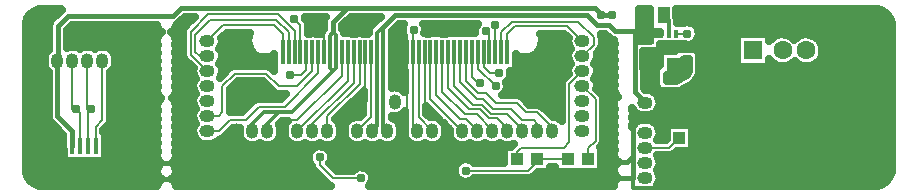
<source format=gbr>
G04 DipTrace 2.4.0.2*
%INTop.gbr*%
%MOIN*%
%ADD14C,0.0142*%
%ADD15C,0.0079*%
%ADD16C,0.0157*%
%ADD18C,0.0138*%
%ADD19C,0.0118*%
%ADD20C,0.025*%
%ADD23R,0.0394X0.0433*%
%ADD24R,0.0433X0.0394*%
%ADD25R,0.0126X0.0827*%
%ADD26C,0.0886*%
%ADD27R,0.063X0.063*%
%ADD28C,0.063*%
%ADD29C,0.1378*%
%ADD32R,0.0157X0.0531*%
%ADD33C,0.0492*%
%ADD34C,0.061*%
%ADD35R,0.0591X0.0591*%
%ADD36O,0.0512X0.0416*%
%ADD37O,0.0416X0.0512*%
%ADD38R,0.0394X0.0531*%
%ADD42R,0.0118X0.0276*%
%ADD43R,0.063X0.0394*%
%ADD46C,0.031*%
%FSLAX44Y44*%
G04*
G70*
G90*
G75*
G01*
%LNTop*%
%LPD*%
X16174Y8693D2*
D14*
Y6212D1*
X16318Y6068D1*
X15977Y8693D2*
Y6227D1*
X15818Y6068D1*
X25431Y9318D2*
D15*
X25125D1*
X24993Y9186D1*
Y9893D1*
X24943Y9943D1*
X16174Y8693D2*
D14*
Y9549D1*
D16*
X16568Y9943D1*
X22977D1*
X23309Y9611D1*
X23694D1*
X23914Y9391D1*
X24553D1*
X24788D1*
X24993Y9186D1*
X15977Y8693D2*
D14*
Y9352D1*
X16174Y9549D1*
X21300Y5130D2*
D15*
Y5049D1*
X21006Y4755D1*
X18943D1*
X24553Y9391D2*
D16*
Y7379D1*
X24912Y7019D1*
X21300Y5130D2*
D15*
X22336D1*
X25687Y8373D2*
X25943D1*
X25687D2*
Y7884D1*
X25737Y7834D1*
X25943Y8373D2*
X26248D1*
X26318Y8443D1*
Y8068D2*
Y8443D1*
X14403Y8693D2*
D18*
Y8168D1*
X14500Y8071D1*
X14599Y8171D1*
Y8693D1*
X14500Y8071D2*
X13121Y6693D1*
X12693D1*
X12318Y6318D1*
Y6068D1*
X11818D2*
Y6318D1*
X12193Y6693D1*
X12693D1*
X14403Y8693D2*
Y9248D1*
X14512Y9358D1*
X14599Y9270D1*
Y8693D1*
X23443Y9943D2*
D16*
X23818D1*
X14512Y9357D2*
Y9718D1*
X14979Y10185D1*
X23231D1*
X23481Y9936D1*
D15*
X23436D1*
X23443Y9943D1*
X5818Y5568D2*
D16*
Y6068D1*
X5318Y6568D1*
Y8414D1*
X14979Y10185D2*
X9435D1*
X9156Y9906D1*
X5669D1*
X5323Y9560D1*
Y8418D1*
X5318Y8414D1*
X15584Y8693D2*
D15*
Y7584D1*
X14818Y6818D1*
Y6068D1*
X16962Y8693D2*
Y6587D1*
X16818Y6443D1*
Y6068D1*
X17552Y8693D2*
Y6834D1*
X18318Y6068D1*
X14796Y8693D2*
Y7921D1*
X13318Y6443D1*
X12943D1*
X12818Y6318D1*
Y6068D1*
X25431Y8373D2*
X25136D1*
X24993Y8517D1*
X25068Y7834D2*
Y8442D1*
X24993Y8517D1*
X25431Y8373D2*
Y8590D1*
X25687Y8846D1*
X27299Y7691D2*
X31264D1*
X32472D1*
X31264Y8758D2*
Y7691D1*
X14206Y8693D2*
Y9325D1*
X14032Y9498D1*
X6842Y5568D2*
X7314D1*
Y4899D1*
X7708Y4505D1*
X6724D1*
X5936D1*
X4952D1*
X5346Y5568D2*
Y4899D1*
X4952Y4505D1*
X7708D2*
D16*
Y4465D1*
X10466D1*
X10996Y4996D1*
X11318Y5318D1*
Y6068D1*
X7708Y4505D2*
X8074D1*
X8565Y4996D1*
X10996D1*
X7318Y8414D2*
D15*
Y6568D1*
X6842Y6092D1*
Y5568D1*
X25687Y8846D2*
X27081D1*
X27288Y8638D1*
Y7702D1*
X27299Y7691D1*
X24912Y6519D2*
D16*
X24719D1*
X24500Y6300D1*
Y5224D1*
X24302Y5027D1*
X24064D1*
X23546Y4510D1*
X23339Y4303D1*
X18583D1*
X18318Y4568D1*
Y5548D1*
Y6068D1*
X24500Y5224D2*
Y4510D1*
X23546D1*
X24912Y6519D2*
X26037D1*
X26039Y6521D1*
X26129D1*
X27299Y7691D1*
X24500Y4510D2*
D18*
Y4164D1*
X28946D1*
X32472Y7691D1*
X14818Y6068D2*
D15*
Y5766D1*
X15036Y5548D1*
X16818D1*
X18318D1*
X16818Y6068D2*
Y5548D1*
X12828Y8693D2*
Y9308D1*
X12543Y9593D1*
X10843D1*
X10318Y9068D1*
X13025Y8693D2*
Y9361D1*
X12617Y9769D1*
X10394D1*
X9915Y9290D1*
Y8721D1*
X10068Y8568D1*
X10318D1*
X13222Y8693D2*
Y9414D1*
X12679Y9957D1*
X10332D1*
X9764Y9389D1*
Y8622D1*
X10318Y8068D1*
X13418Y8693D2*
Y9593D1*
X13193Y9818D1*
X13615Y8693D2*
Y8115D1*
X13443Y7943D1*
X13068D1*
X13812Y8693D2*
Y8062D1*
X13318Y7568D1*
X12693D1*
X12277Y7984D1*
X11234D1*
X10818Y7568D1*
Y6693D1*
X10693Y6568D1*
X10318D1*
X14009Y8693D2*
Y8009D1*
X12889Y6889D1*
X12032D1*
X11586Y6443D1*
X11068D1*
X10693Y6068D1*
X10318D1*
X20308Y8693D2*
Y9308D1*
X20568Y9568D1*
X22318D1*
X22818Y9068D1*
X20111Y8693D2*
Y9361D1*
X20473Y9723D1*
X22663D1*
X23193Y9193D1*
Y8943D1*
X22818Y8568D1*
X19914Y8693D2*
Y9621D1*
X19913Y9622D1*
X20631Y5130D2*
Y5380D1*
X20756Y5505D1*
X22193D1*
X22381Y5693D1*
Y7631D1*
X22818Y8068D1*
X19718Y8693D2*
Y9293D1*
X19610Y9401D1*
X23006Y5130D2*
Y5505D1*
X23256Y5755D1*
Y7130D1*
X22818Y7568D1*
X20037Y8008D2*
X19726D1*
X19521Y8213D1*
Y8693D1*
X19922Y7570D2*
X19340Y8152D1*
Y8677D1*
X19324Y8693D1*
X19411Y7676D2*
Y7589D1*
X19127Y7872D1*
Y8693D1*
X14068Y5193D2*
Y4943D1*
X14518Y4493D1*
X15425D1*
X25687Y9318D2*
D19*
Y9789D1*
X25534Y9943D1*
X14993Y8693D2*
D15*
Y7743D1*
X13318Y6068D1*
X6074Y5568D2*
Y6687D1*
X5943Y6818D1*
X5818D1*
Y8414D1*
X15781Y8693D2*
Y6531D1*
X15318Y6068D1*
X6330Y5568D2*
Y6705D1*
X6443Y6818D1*
X6318D1*
Y8414D1*
X17159Y8693D2*
Y6227D1*
X17318Y6068D1*
X17159Y8693D2*
Y9409D1*
X17193Y9443D1*
X24912Y5519D2*
X25706D1*
X26039Y5852D1*
X17355Y8693D2*
Y6531D1*
X17818Y6068D1*
X17749Y8693D2*
Y7137D1*
X18818Y6068D1*
X17946Y8693D2*
Y7267D1*
X18726Y6487D1*
X18937D1*
X19318Y6106D1*
Y6068D1*
X18143Y8693D2*
Y7390D1*
X18904Y6629D1*
X19286D1*
X19818Y6097D1*
Y6068D1*
X18340Y8693D2*
Y7494D1*
X19040Y6794D1*
X19386D1*
X19685Y6495D1*
X19984D1*
X20318Y6161D1*
Y6068D1*
X18536Y8693D2*
Y7590D1*
X19178Y6948D1*
X19471D1*
X19772Y6647D1*
X20316D1*
X20818Y6145D1*
Y6068D1*
X18733Y8693D2*
Y7705D1*
X19286Y7152D1*
X19512D1*
X19846Y6818D1*
X20443D1*
X20818Y6443D1*
X21193D1*
X21318Y6318D1*
Y6068D1*
X21818D2*
Y6193D1*
X21318Y6693D1*
X20943D1*
X20633Y7003D1*
X19919D1*
X19586Y7336D1*
X19327D1*
X18924Y7740D1*
Y8700D1*
X18930Y8693D1*
X6586Y5568D2*
Y6209D1*
X6818Y6441D1*
Y8414D1*
X25943Y9318D2*
X26318D1*
X15387Y8693D2*
Y7637D1*
X14318Y6568D1*
Y6068D1*
X15190Y8693D2*
Y7690D1*
X13818Y6318D1*
Y6068D1*
D46*
X23818Y9943D3*
X23443D3*
X26318Y8443D3*
Y8068D3*
Y9318D3*
X14068Y5193D3*
X15425Y4493D3*
X17193Y9443D3*
X5943Y6818D3*
X6443D3*
X19913Y9622D3*
X19610Y9401D3*
X19411Y7676D3*
X19922Y7570D3*
X20037Y8008D3*
X18943Y4755D3*
X13193Y9818D3*
X13068Y7943D3*
X14032Y9498D3*
X24720Y9902D2*
D20*
X25041D1*
X24720Y9654D2*
X25041D1*
X24720Y9405D2*
X25045D1*
X24720Y9156D2*
X25041D1*
X25317Y9302D2*
X25401Y9303D1*
Y9383D1*
X25193D1*
X25088Y9445D1*
X25068Y9508D1*
X25067Y10153D1*
X24695Y10148D1*
X24693Y9066D1*
X25066Y9071D1*
X25068Y9179D1*
X25131Y9283D1*
X25192Y9301D1*
X25317Y9302D1*
X25781Y8229D2*
X26344D1*
X25773Y7980D2*
X26294D1*
X26223Y8479D2*
Y8429D1*
X26164D1*
X26138Y8408D1*
X26085Y8388D1*
X25755Y8387D1*
Y8067D1*
X25694Y7962D1*
X25632Y7942D1*
X25621Y7941D1*
Y7740D1*
X25939D1*
X26293Y7936D1*
X26368Y8061D1*
X26370Y8478D1*
X26225D1*
X4368Y9882D2*
X5197D1*
X9579D2*
X9865D1*
X13587D2*
X14236D1*
X15122D2*
X16061D1*
X25974D2*
X33018D1*
X4280Y9633D2*
X5006D1*
X9302D2*
X9615D1*
X13700D2*
X14189D1*
X14876D2*
X15822D1*
X16704D2*
X16846D1*
X17540D2*
X19291D1*
X26548D2*
X33107D1*
X4280Y9384D2*
X4998D1*
X5646D2*
X8729D1*
X9181D2*
X9479D1*
X13704D2*
X14123D1*
X14888D2*
X15662D1*
X16489D2*
X16799D1*
X17587D2*
X19209D1*
X26712D2*
X33107D1*
X4280Y9136D2*
X4998D1*
X5646D2*
X8611D1*
X9298D2*
X9477D1*
X10814D2*
X11650D1*
X16489D2*
X16850D1*
X21486D2*
X22322D1*
X23478D2*
X23732D1*
X26669D2*
X27947D1*
X30685D2*
X33107D1*
X4280Y8887D2*
X4998D1*
X5646D2*
X8615D1*
X9294D2*
X9477D1*
X10779D2*
X11686D1*
X16489D2*
X16850D1*
X21450D2*
X22357D1*
X23470D2*
X23838D1*
X25435D2*
X27947D1*
X30825D2*
X33107D1*
X4280Y8638D2*
X4904D1*
X7232D2*
X8619D1*
X9290D2*
X9477D1*
X10814D2*
X11877D1*
X16489D2*
X16850D1*
X21259D2*
X22322D1*
X23314D2*
X23842D1*
X24876D2*
X25385D1*
X26736D2*
X27947D1*
X30825D2*
X33107D1*
X4280Y8390D2*
X4865D1*
X7271D2*
X8627D1*
X9282D2*
X9604D1*
X10779D2*
X12522D1*
X16489D2*
X16850D1*
X20614D2*
X22357D1*
X23279D2*
X23846D1*
X24876D2*
X25385D1*
X26739D2*
X27947D1*
X30693D2*
X33107D1*
X4280Y8141D2*
X4928D1*
X7208D2*
X8639D1*
X9271D2*
X9822D1*
X10814D2*
X10998D1*
X16489D2*
X16850D1*
X20614D2*
X22322D1*
X23314D2*
X23854D1*
X24876D2*
X25264D1*
X26739D2*
X33107D1*
X4280Y7892D2*
X4994D1*
X7103D2*
X8631D1*
X9279D2*
X9854D1*
X16489D2*
X16873D1*
X20419D2*
X22252D1*
X23282D2*
X23865D1*
X24876D2*
X25252D1*
X26693D2*
X33107D1*
X4280Y7644D2*
X4994D1*
X7103D2*
X8615D1*
X9294D2*
X9822D1*
X11286D2*
X12225D1*
X16489D2*
X16873D1*
X20314D2*
X22096D1*
X23314D2*
X23857D1*
X24876D2*
X25252D1*
X26501D2*
X33107D1*
X4280Y7395D2*
X4994D1*
X7103D2*
X8611D1*
X9298D2*
X9854D1*
X11103D2*
X12475D1*
X20279D2*
X22096D1*
X23384D2*
X23850D1*
X25193D2*
X25459D1*
X26013D2*
X33107D1*
X4280Y7146D2*
X4994D1*
X7103D2*
X8725D1*
X9185D2*
X9822D1*
X11103D2*
X11975D1*
X15286D2*
X15494D1*
X20880D2*
X22096D1*
X23540D2*
X23900D1*
X25396D2*
X33107D1*
X4280Y6898D2*
X4994D1*
X7103D2*
X8607D1*
X9298D2*
X9854D1*
X11103D2*
X11647D1*
X15040D2*
X15494D1*
X21501D2*
X22096D1*
X23540D2*
X23838D1*
X25396D2*
X33107D1*
X4280Y6649D2*
X4994D1*
X7103D2*
X8611D1*
X9298D2*
X9826D1*
X14790D2*
X15494D1*
X17642D2*
X17846D1*
X21755D2*
X22096D1*
X23540D2*
X23838D1*
X24525D2*
X24623D1*
X25200D2*
X33107D1*
X4280Y6400D2*
X5045D1*
X7099D2*
X8611D1*
X9298D2*
X9850D1*
X12833D2*
X12971D1*
X14661D2*
X14975D1*
X16661D2*
X16873D1*
X23540D2*
X23838D1*
X24525D2*
X24643D1*
X25181D2*
X33107D1*
X4280Y6151D2*
X5287D1*
X6919D2*
X8615D1*
X9290D2*
X9826D1*
X11169D2*
X11365D1*
X12771D2*
X12865D1*
X14771D2*
X14865D1*
X16771D2*
X16865D1*
X23540D2*
X23838D1*
X25392D2*
X25596D1*
X26482D2*
X33107D1*
X4280Y5903D2*
X5494D1*
X6911D2*
X8619D1*
X9290D2*
X9850D1*
X10919D2*
X11381D1*
X12755D2*
X12881D1*
X14755D2*
X14881D1*
X16755D2*
X16881D1*
X18255D2*
X18381D1*
X23540D2*
X23842D1*
X25396D2*
X25596D1*
X26482D2*
X33107D1*
X4280Y5654D2*
X5494D1*
X6911D2*
X8627D1*
X9282D2*
X10135D1*
X10501D2*
X11572D1*
X12564D2*
X13072D1*
X14564D2*
X15072D1*
X16564D2*
X17072D1*
X18064D2*
X18572D1*
X23521D2*
X23850D1*
X26482D2*
X33107D1*
X4280Y5405D2*
X5494D1*
X6911D2*
X8639D1*
X9271D2*
X13732D1*
X14404D2*
X20170D1*
X23466D2*
X23854D1*
X25986D2*
X33107D1*
X4280Y5157D2*
X5494D1*
X6911D2*
X8631D1*
X9279D2*
X13670D1*
X14466D2*
X20170D1*
X23466D2*
X23869D1*
X25392D2*
X33107D1*
X4280Y4908D2*
X8658D1*
X9251D2*
X13787D1*
X14493D2*
X18576D1*
X23466D2*
X23877D1*
X25400D2*
X33107D1*
X4298Y4659D2*
X8619D1*
X9290D2*
X13959D1*
X15786D2*
X18557D1*
X21302D2*
X23850D1*
X25392D2*
X33088D1*
X4431Y4411D2*
X8693D1*
X9216D2*
X14209D1*
X15818D2*
X18772D1*
X19114D2*
X23885D1*
X25400D2*
X32955D1*
X26174Y7472D2*
Y7417D1*
X26069D1*
X25975Y7394D1*
X25464Y7398D1*
X25300Y7417D1*
X25296Y7525D1*
X25276Y7615D1*
Y8075D1*
X25300Y8167D1*
Y8251D1*
X25375D1*
X25407Y8266D1*
X25408Y8731D1*
X25892Y8732D1*
X26001Y8813D1*
X26067Y8823D1*
X26495D1*
X26613Y8788D1*
X26695Y8692D1*
X26715Y8603D1*
Y8028D1*
X26683Y7914D1*
X26542Y7692D1*
X26489Y7651D1*
X26173Y7473D1*
X20591Y8635D2*
Y8059D1*
X20408D1*
X20413Y8008D1*
X20392Y7885D1*
X20332Y7776D1*
X20266Y7716D1*
X20282Y7676D1*
X20297Y7570D1*
X20277Y7447D1*
X20217Y7338D1*
X20134Y7262D1*
X20633Y7263D1*
X20765Y7227D1*
X20905Y7098D1*
X21051Y6952D1*
X21318Y6953D1*
X21450Y6917D1*
X21590Y6788D1*
X21836Y6542D1*
X21923Y6531D1*
X22038Y6483D1*
X22120Y6417D1*
X22121Y7631D1*
X22157Y7763D1*
X22286Y7903D1*
X22352Y7973D1*
X22343Y8097D1*
X22369Y8219D1*
X22424Y8318D1*
X22397Y8357D1*
X22352Y8473D1*
X22343Y8597D1*
X22369Y8719D1*
X22424Y8818D1*
X22397Y8857D1*
X22352Y8973D1*
X22343Y9097D1*
X22357Y9162D1*
X22212Y9307D1*
X21416Y9308D1*
X21452Y9198D1*
X21463Y9087D1*
X21449Y8963D1*
X21408Y8845D1*
X21342Y8740D1*
X21253Y8652D1*
X21147Y8586D1*
X21029Y8545D1*
X20905Y8532D1*
X20781Y8547D1*
X20664Y8589D1*
X20588Y8637D1*
X17985Y9327D2*
X19241D1*
X19242Y9471D1*
X19285Y9588D1*
X19332Y9645D1*
X17512Y9644D1*
X17553Y9549D1*
X17568Y9443D1*
X17548Y9324D1*
X17639Y9323D1*
X17913Y9327D1*
X18229Y9323D1*
X18426Y9327D1*
X18623D1*
X18820D1*
X19017D1*
X19213D1*
X19219D1*
X16898Y8059D2*
X16875D1*
Y9243D1*
X16822Y9389D1*
X16824Y9514D1*
X16880Y9645D1*
X16691Y9643D1*
X16467Y9419D1*
X16465Y7517D1*
X16545Y7528D1*
X16669Y7516D1*
X16784Y7468D1*
X16880Y7389D1*
X16900Y7360D1*
X16899Y8059D1*
X14886Y9327D2*
X15276Y9323D1*
X15229Y9327D1*
X15670Y9323D1*
X15686Y9352D1*
X15715Y9477D1*
X15772Y9558D1*
X15963Y9761D1*
X16087Y9885D1*
X15102Y9886D1*
X14811Y9593D1*
Y9464D1*
X14853Y9408D1*
X14882Y9329D1*
X15473Y9327D1*
X15670D1*
X13681D2*
X14095Y9323D1*
X14148Y9385D1*
X14214Y9469D1*
X14213Y9718D1*
X14241Y9842D1*
X14261Y9881D1*
X14104Y9886D1*
X13561D1*
X13568Y9814D1*
X13602Y9776D1*
X13670Y9658D1*
X13678Y9468D1*
Y9323D1*
X13702D1*
X13899Y9327D1*
X14095D1*
X12545Y8087D2*
Y8634D1*
X12466Y8586D1*
X12348Y8545D1*
X12224Y8532D1*
X12100Y8547D1*
X11983Y8589D1*
X11878Y8656D1*
X11790Y8745D1*
X11725Y8851D1*
X11685Y8969D1*
X11673Y9093D1*
X11688Y9217D1*
X11729Y9331D1*
X10953Y9334D1*
X10781Y9164D1*
X10794Y9068D1*
X10776Y8945D1*
X10710Y8817D1*
X10752Y8753D1*
X10789Y8634D1*
X10794Y8568D1*
X10776Y8445D1*
X10710Y8317D1*
X10752Y8253D1*
X10789Y8134D1*
X10794Y8068D1*
X10776Y7945D1*
X10732Y7850D1*
X11050Y8167D1*
X11169Y8235D1*
X11359Y8243D1*
X12277D1*
X12409Y8207D1*
X12547Y8082D1*
X28098Y9293D2*
X29043D1*
X29049Y9058D1*
X29130Y9152D1*
X29231Y9225D1*
X29347Y9273D1*
X29470Y9293D1*
X29594Y9283D1*
X29713Y9245D1*
X29820Y9181D1*
X29884Y9118D1*
X30019Y9225D1*
X30134Y9273D1*
X30257Y9293D1*
X30382Y9283D1*
X30500Y9245D1*
X30607Y9181D1*
X30696Y9094D1*
X30763Y8988D1*
X30803Y8870D1*
X30815Y8758D1*
X30800Y8634D1*
X30757Y8517D1*
X30689Y8413D1*
X30598Y8328D1*
X30489Y8266D1*
X30370Y8230D1*
X30245Y8224D1*
X30122Y8246D1*
X30008Y8296D1*
X29909Y8372D1*
X29887Y8399D1*
X29810Y8328D1*
X29702Y8266D1*
X29582Y8230D1*
X29458Y8224D1*
X29335Y8246D1*
X29221Y8296D1*
X29121Y8372D1*
X29045Y8465D1*
X29043Y8223D1*
X27973D1*
Y9293D1*
X28098D1*
X6629Y5085D2*
X6254Y5082D1*
X5998D1*
X5519D1*
X5518Y5945D1*
X5107Y6357D1*
X5038Y6464D1*
X5019Y6568D1*
Y8056D1*
X4945Y8155D1*
X4900Y8271D1*
X4890Y8366D1*
X4894Y8462D1*
X4891Y8491D1*
X4917Y8613D1*
X4978Y8722D1*
X5025Y8768D1*
X5023Y9560D1*
X5052Y9684D1*
X5111Y9771D1*
X5461Y10120D1*
X5443Y10130D1*
X4713D1*
X4560Y10079D1*
X4406Y9976D1*
X4306Y9824D1*
X4256Y9673D1*
X4255Y4713D1*
X4307Y4560D1*
X4410Y4406D1*
X4562Y4306D1*
X4713Y4250D1*
X8638Y4252D1*
X8656Y4309D1*
X8723Y4414D1*
X8796Y4465D1*
X8731Y4510D1*
X8661Y4612D1*
X8634Y4734D1*
X8656Y4856D1*
X8723Y4961D1*
X8783Y5003D1*
X8731Y5044D1*
X8661Y5146D1*
X8634Y5268D1*
X8656Y5390D1*
X8666Y5406D1*
X8634Y5541D1*
X8656Y5663D1*
X8666Y5679D1*
X8634Y5814D1*
X8662Y5946D1*
X8634Y6076D1*
X8656Y6198D1*
X8666Y6214D1*
X8634Y6349D1*
X8656Y6471D1*
X8666Y6488D1*
X8634Y6622D1*
X8656Y6745D1*
X8666Y6761D1*
X8634Y6895D1*
X8656Y7018D1*
X8723Y7123D1*
X8783Y7165D1*
X8731Y7206D1*
X8661Y7308D1*
X8634Y7429D1*
X8656Y7552D1*
X8666Y7568D1*
X8634Y7703D1*
X8656Y7825D1*
X8675Y7854D1*
X8661Y7880D1*
X8634Y8001D1*
X8656Y8124D1*
X8666Y8140D1*
X8634Y8275D1*
X8656Y8397D1*
X8666Y8414D1*
X8634Y8548D1*
X8656Y8670D1*
X8666Y8687D1*
X8634Y8821D1*
X8662Y8953D1*
X8634Y9082D1*
X8656Y9204D1*
X8723Y9309D1*
X8796Y9361D1*
X8731Y9405D1*
X8661Y9507D1*
X8638Y9609D1*
X5793Y9607D1*
X5622Y9435D1*
Y8845D1*
X5677Y8866D1*
X5799Y8890D1*
X5923Y8877D1*
X6038Y8829D1*
X6065Y8807D1*
X6177Y8866D1*
X6299Y8890D1*
X6423Y8877D1*
X6538Y8829D1*
X6565Y8807D1*
X6677Y8866D1*
X6799Y8890D1*
X6923Y8877D1*
X7038Y8829D1*
X7135Y8750D1*
X7204Y8647D1*
X7241Y8528D1*
X7246Y8366D1*
X7228Y8243D1*
X7175Y8130D1*
X7076Y8027D1*
X7078Y6441D1*
X7042Y6309D1*
X6913Y6169D1*
X6844Y6100D1*
X6845Y6056D1*
X6885Y6054D1*
Y5082D1*
X6287Y5086D1*
X6031Y5082D1*
X5775D1*
Y5086D1*
X9924Y7823D2*
X9897Y7857D1*
X9852Y7973D1*
X9843Y8097D1*
X9857Y8162D1*
X9580Y8439D1*
X9512Y8557D1*
X9504Y8747D1*
Y9389D1*
X9540Y9521D1*
X9669Y9661D1*
X9892Y9885D1*
X9558Y9886D1*
X9330Y9664D1*
X9251Y9513D1*
X9182Y9409D1*
X9115Y9364D1*
X9173Y9322D1*
X9246Y9221D1*
X9275Y9088D1*
X9244Y8957D1*
X9275Y8827D1*
X9244Y8696D1*
X9275Y8554D1*
X9244Y8423D1*
X9275Y8281D1*
X9244Y8150D1*
X9275Y8008D1*
X9251Y7886D1*
X9236Y7863D1*
X9275Y7721D1*
X9251Y7587D1*
X9246Y7569D1*
X9275Y7436D1*
X9251Y7314D1*
X9182Y7210D1*
X9127Y7173D1*
X9173Y7136D1*
X9246Y7035D1*
X9275Y6902D1*
X9244Y6770D1*
X9275Y6628D1*
X9244Y6497D1*
X9275Y6355D1*
X9244Y6224D1*
X9275Y6082D1*
X9244Y5950D1*
X9275Y5820D1*
X9244Y5689D1*
X9275Y5547D1*
X9244Y5415D1*
X9275Y5274D1*
X9251Y5152D1*
X9182Y5048D1*
X9127Y5011D1*
X9173Y4974D1*
X9246Y4873D1*
X9275Y4740D1*
X9251Y4618D1*
X9182Y4514D1*
X9115Y4469D1*
X9173Y4427D1*
X9246Y4326D1*
X9263Y4254D1*
X10688Y4252D1*
X14419Y4253D1*
X14335Y4309D1*
X13884Y4759D1*
X13816Y4880D1*
X13809Y4921D1*
X13735Y5021D1*
X13697Y5139D1*
X13699Y5264D1*
X13743Y5380D1*
X13822Y5476D1*
X13928Y5541D1*
X14050Y5568D1*
X14173Y5553D1*
X14285Y5499D1*
X14373Y5411D1*
X14428Y5299D1*
X14443Y5193D1*
X14423Y5070D1*
X14384Y4999D1*
X14624Y4754D1*
X15155Y4752D1*
X15285Y4841D1*
X15406Y4867D1*
X15530Y4853D1*
X15642Y4799D1*
X15730Y4711D1*
X15785Y4599D1*
X15800Y4493D1*
X15779Y4370D1*
X15711Y4253D1*
X23864Y4254D1*
X23882Y4355D1*
X23949Y4460D1*
X23996Y4494D1*
X23957Y4522D1*
X23887Y4624D1*
X23860Y4745D1*
X23882Y4867D1*
X23949Y4972D1*
X24022Y5024D1*
X23957Y5068D1*
X23887Y5170D1*
X23860Y5292D1*
X23888Y5424D1*
X23860Y5552D1*
X23882Y5675D1*
X23892Y5691D1*
X23860Y5826D1*
X23882Y5948D1*
X23892Y5964D1*
X23860Y6099D1*
X23882Y6221D1*
X23892Y6237D1*
X23860Y6372D1*
X23882Y6495D1*
X23901Y6524D1*
X23887Y6550D1*
X23860Y6671D1*
X23882Y6793D1*
X23892Y6810D1*
X23860Y6944D1*
X23882Y7066D1*
X23949Y7171D1*
X24009Y7214D1*
X23957Y7255D1*
X23887Y7357D1*
X23860Y7478D1*
X23882Y7600D1*
X23892Y7617D1*
X23860Y7751D1*
X23882Y7874D1*
X23892Y7890D1*
X23860Y8025D1*
X23882Y8147D1*
X23892Y8163D1*
X23860Y8298D1*
X23888Y8430D1*
X23860Y8560D1*
X23882Y8682D1*
X23892Y8698D1*
X23860Y8833D1*
X23882Y8955D1*
X23892Y8972D1*
X23863Y9095D1*
X23753Y9139D1*
X23615Y9268D1*
X23569Y9312D1*
X23425D1*
X23444Y9258D1*
X23453Y9068D1*
Y8943D1*
X23417Y8811D1*
X23285Y8668D1*
X23294Y8568D1*
X23276Y8445D1*
X23210Y8317D1*
X23252Y8253D1*
X23289Y8134D1*
X23294Y8068D1*
X23276Y7945D1*
X23210Y7817D1*
X23252Y7753D1*
X23289Y7634D1*
X23294Y7568D1*
X23280Y7472D1*
X23440Y7314D1*
X23507Y7195D1*
X23516Y7005D1*
Y5755D1*
X23480Y5624D1*
X23415Y5547D1*
X23442Y5548D1*
Y4713D1*
X22569Y4717D1*
X22148Y4713D1*
X21899D1*
Y4874D1*
X21739Y4871D1*
X21737Y4713D1*
X21334D1*
X21189Y4572D1*
X21071Y4504D1*
X20881Y4496D1*
X19213D1*
X19146Y4440D1*
X19032Y4391D1*
X18908Y4382D1*
X18787Y4414D1*
X18684Y4483D1*
X18610Y4583D1*
X18572Y4701D1*
X18574Y4826D1*
X18618Y4942D1*
X18697Y5039D1*
X18803Y5103D1*
X18925Y5130D1*
X19048Y5115D1*
X19160Y5061D1*
X19207Y5015D1*
X20197D1*
X20194Y5548D1*
X20432D1*
X20534Y5651D1*
X20486Y5626D1*
X20366Y5594D1*
X20241Y5599D1*
X20123Y5639D1*
X20069Y5677D1*
X19986Y5626D1*
X19866Y5594D1*
X19741Y5599D1*
X19623Y5639D1*
X19569Y5677D1*
X19486Y5626D1*
X19366Y5594D1*
X19241Y5599D1*
X19123Y5639D1*
X19069Y5677D1*
X18986Y5626D1*
X18866Y5594D1*
X18741Y5599D1*
X18623Y5639D1*
X18522Y5711D1*
X18445Y5809D1*
X18400Y5925D1*
X18390Y6020D1*
X18394Y6116D1*
X18281Y6238D1*
X18190Y6329D1*
X18241Y6182D1*
X18246Y6020D1*
X18228Y5897D1*
X18175Y5784D1*
X18092Y5691D1*
X17986Y5626D1*
X17866Y5594D1*
X17741Y5599D1*
X17623Y5639D1*
X17569Y5677D1*
X17486Y5626D1*
X17366Y5594D1*
X17241Y5599D1*
X17123Y5639D1*
X17022Y5711D1*
X16945Y5809D1*
X16900Y5925D1*
X16890Y6020D1*
X16894Y6116D1*
X16901Y6195D1*
X16899Y6739D1*
X16838Y6676D1*
X16732Y6611D1*
X16611Y6579D1*
X16469Y6590D1*
X16465Y6517D1*
X16538Y6483D1*
X16635Y6404D1*
X16704Y6301D1*
X16741Y6182D1*
X16746Y6020D1*
X16728Y5897D1*
X16675Y5784D1*
X16592Y5691D1*
X16486Y5626D1*
X16366Y5594D1*
X16241Y5599D1*
X16123Y5639D1*
X16069Y5677D1*
X15986Y5626D1*
X15866Y5594D1*
X15741Y5599D1*
X15623Y5639D1*
X15569Y5677D1*
X15486Y5626D1*
X15366Y5594D1*
X15241Y5599D1*
X15123Y5639D1*
X15022Y5711D1*
X14945Y5809D1*
X14900Y5925D1*
X14890Y6020D1*
X14894Y6116D1*
X14891Y6145D1*
X14917Y6267D1*
X14978Y6376D1*
X15067Y6463D1*
X15177Y6520D1*
X15299Y6544D1*
X15412Y6532D1*
X15518Y6636D1*
X15521Y7402D1*
X14579Y6462D1*
X14635Y6404D1*
X14704Y6301D1*
X14741Y6182D1*
X14746Y6020D1*
X14728Y5897D1*
X14675Y5784D1*
X14592Y5691D1*
X14486Y5626D1*
X14366Y5594D1*
X14241Y5599D1*
X14123Y5639D1*
X14069Y5677D1*
X13986Y5626D1*
X13866Y5594D1*
X13741Y5599D1*
X13623Y5639D1*
X13569Y5677D1*
X13486Y5626D1*
X13366Y5594D1*
X13241Y5599D1*
X13123Y5639D1*
X13022Y5711D1*
X12945Y5809D1*
X12900Y5925D1*
X12890Y6020D1*
X12894Y6116D1*
X12891Y6145D1*
X12917Y6267D1*
X12978Y6376D1*
X13008Y6406D1*
X12809Y6400D1*
X12707Y6298D1*
X12741Y6182D1*
X12746Y6020D1*
X12728Y5897D1*
X12675Y5784D1*
X12592Y5691D1*
X12486Y5626D1*
X12366Y5594D1*
X12241Y5599D1*
X12123Y5639D1*
X12069Y5677D1*
X11986Y5626D1*
X11866Y5594D1*
X11741Y5599D1*
X11623Y5639D1*
X11522Y5711D1*
X11445Y5809D1*
X11400Y5925D1*
X11390Y6020D1*
X11394Y6116D1*
X11400Y6187D1*
X11176Y6183D1*
X10877Y5884D1*
X10756Y5816D1*
X10534Y5674D1*
X10414Y5642D1*
X10366Y5640D1*
X10193Y5647D1*
X10075Y5686D1*
X9974Y5759D1*
X9897Y5857D1*
X9852Y5973D1*
X9843Y6097D1*
X9869Y6219D1*
X9924Y6318D1*
X9897Y6357D1*
X9852Y6473D1*
X9843Y6597D1*
X9869Y6719D1*
X9924Y6818D1*
X9897Y6857D1*
X9852Y6973D1*
X9843Y7097D1*
X9869Y7219D1*
X9924Y7318D1*
X9897Y7357D1*
X9852Y7473D1*
X9843Y7597D1*
X9869Y7719D1*
X9924Y7818D1*
X17727Y6530D2*
X17799Y6544D1*
X17923Y6531D1*
X18035Y6485D1*
X17615Y6904D1*
Y6634D1*
X17719Y6535D1*
X25967Y8963D2*
X25467Y8960D1*
X25410Y8963D1*
Y8749D1*
X24851D1*
X24853Y7502D1*
X24906Y7449D1*
X25066Y7435D1*
X25181Y7387D1*
X25277Y7308D1*
X25347Y7204D1*
X25384Y7085D1*
X25389Y7019D1*
X25371Y6896D1*
X25318Y6783D1*
X25235Y6690D1*
X25129Y6625D1*
X25008Y6594D1*
X24960Y6591D1*
X24788Y6598D1*
X24670Y6638D1*
X24568Y6710D1*
X24492Y6808D1*
X24479Y6841D1*
X24472Y6810D1*
X24501Y6677D1*
X24477Y6555D1*
X24462Y6533D1*
X24501Y6391D1*
X24477Y6257D1*
X24472Y6238D1*
X24480Y6204D1*
X24524Y6279D1*
X24613Y6366D1*
X24724Y6424D1*
X24865Y6445D1*
X24960Y6448D1*
X25066Y6435D1*
X25181Y6387D1*
X25277Y6308D1*
X25347Y6204D1*
X25384Y6085D1*
X25389Y6019D1*
X25371Y5896D1*
X25315Y5780D1*
X25596Y5779D1*
X25619Y5800D1*
X25622Y6289D1*
X26456D1*
Y5415D1*
X25968D1*
X25890Y5336D1*
X25771Y5268D1*
X25581Y5260D1*
X25312D1*
X25347Y5204D1*
X25384Y5085D1*
X25389Y5019D1*
X25371Y4896D1*
X25305Y4769D1*
X25347Y4704D1*
X25384Y4585D1*
X25389Y4519D1*
X25371Y4396D1*
X25318Y4283D1*
X25289Y4251D1*
X25938Y4254D1*
X32677Y4255D1*
X32826Y4307D1*
X32980Y4410D1*
X33080Y4562D1*
X33130Y4713D1*
Y9673D1*
X33079Y9826D1*
X32976Y9980D1*
X32824Y10080D1*
X32673Y10130D1*
X25947D1*
X25951Y9878D1*
X25967Y9789D1*
Y9672D1*
X26206Y9676D1*
X26300Y9693D1*
X26423Y9678D1*
X26535Y9624D1*
X26623Y9536D1*
X26678Y9424D1*
X26693Y9318D1*
X26673Y9195D1*
X26613Y9086D1*
X26521Y9002D1*
X26407Y8953D1*
X26283Y8944D1*
X26219Y8961D1*
X25664Y8964D1*
X25586Y8960D1*
X25410D1*
X12939Y7308D2*
X12693D1*
X12561Y7344D1*
X12421Y7473D1*
X12170Y7724D1*
X11344D1*
X11078Y7460D1*
Y6705D1*
X11478Y6703D1*
X11848Y7072D1*
X11967Y7140D1*
X12157Y7149D1*
X12778D1*
X12940Y7307D1*
D23*
X24993Y9186D3*
Y8517D3*
D24*
X25737Y7834D3*
X25068D3*
D25*
X20308Y8693D3*
X20111D3*
X19914D3*
X19718D3*
X19521D3*
X19324D3*
X19127D3*
X18930D3*
X18733D3*
X18536D3*
X18340D3*
X18143D3*
X17946D3*
X17749D3*
X17552D3*
X17355D3*
X17159D3*
X16962D3*
X16174D3*
X15977D3*
X15781D3*
X15584D3*
X15387D3*
X15190D3*
X14993D3*
X14796D3*
X14599D3*
X14403D3*
X14206D3*
X14009D3*
X13812D3*
X13615D3*
X13418D3*
X13222D3*
X13025D3*
X12828D3*
D26*
X21483Y7337D3*
X11458Y8693D3*
X11665Y7346D3*
X21693Y8693D3*
D27*
X28508Y8758D3*
D28*
X29492D3*
X30279D3*
X31264D3*
D29*
X27299Y7691D3*
X32472D3*
D32*
X5818Y5568D3*
X6074D3*
X6330D3*
X6586D3*
X6842D3*
D33*
X5346D3*
X7314D3*
D34*
X4952Y4505D3*
X7708D3*
D35*
X5936D3*
X6724D3*
D36*
X10318Y9068D3*
Y8568D3*
Y8068D3*
Y7568D3*
Y7068D3*
Y6568D3*
Y6068D3*
D37*
X11318D3*
X11818D3*
X12318D3*
X12818D3*
X13318D3*
X13818D3*
X14318D3*
X14818D3*
X15318D3*
X15818D3*
X16318D3*
X16818D3*
X17318D3*
X17818D3*
X18318D3*
X18818D3*
X19318D3*
X19818D3*
X20318D3*
X20818D3*
X21318D3*
X21818D3*
D36*
X22818D3*
Y6568D3*
Y7068D3*
Y7568D3*
Y8068D3*
Y8568D3*
Y9068D3*
D38*
X24943Y9943D3*
X25534D3*
D23*
X26039Y5852D3*
Y6521D3*
D24*
X20631Y5130D3*
X21300D3*
X23006D3*
X22336D3*
D42*
X25943Y9318D3*
X25687D3*
X25431D3*
Y8373D3*
X25687D3*
X25943D3*
D43*
X25687Y8846D3*
D36*
X24912Y7019D3*
Y6519D3*
Y6019D3*
Y5519D3*
Y5019D3*
Y4519D3*
D37*
X5318Y8414D3*
X5818D3*
X6318D3*
X6818D3*
X7318D3*
X16564Y7053D3*
M02*

</source>
